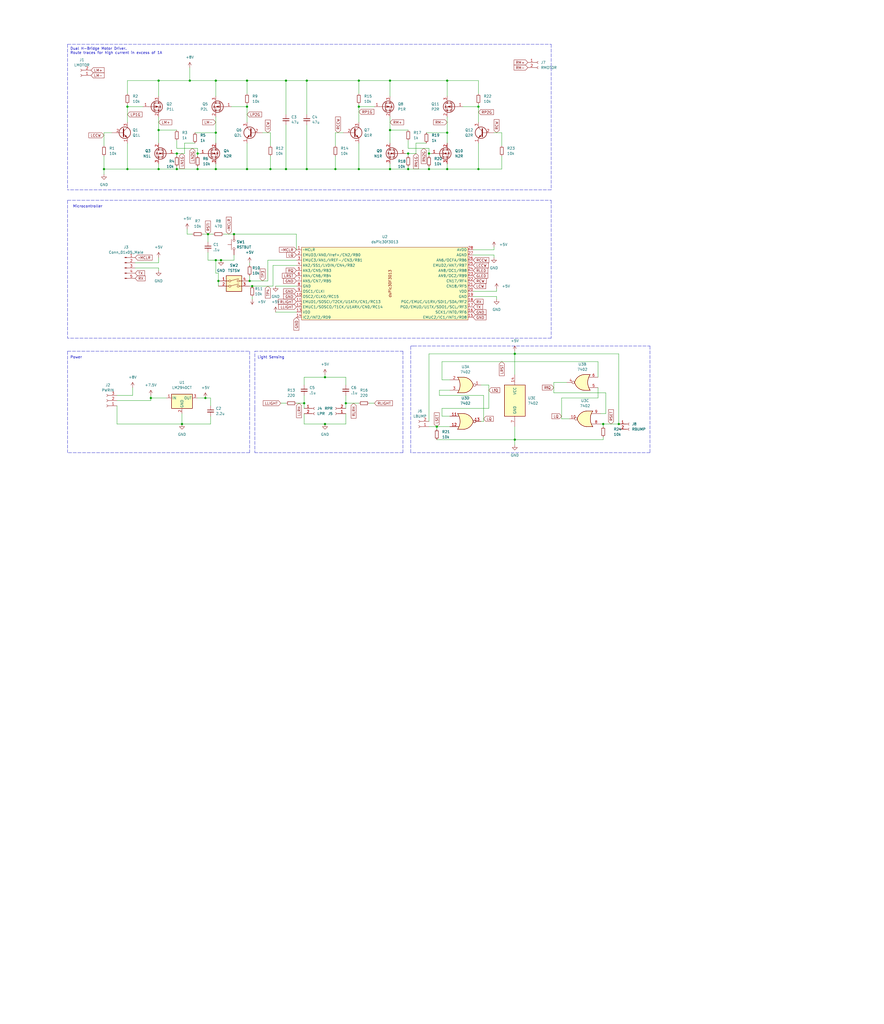
<source format=kicad_sch>
(kicad_sch (version 20211123) (generator eeschema)
  (paper "User" 431.8 499.999)
  (title_block (title "Motor Driver"))
  (lib_symbols
    (symbol "74xx:7402" (pin_names (offset 1.016))
      (property "Reference" "U" (at 0 1.27 0))
      (property "Value" "7402" (at 0 -1.27 0))
      (symbol "7402_1_1"
        (pin output inverted (at 7.62 0 180) (length 3.81) (name "~") (number "1"))
        (pin input line (at -7.62 2.54 0) (length 4.318) (name "~") (number "2"))
        (pin input line (at -7.62 -2.54 0) (length 4.318) (name "~") (number "3"))
      )
      (symbol "7402_1_2"
        (pin output line (at 7.62 0 180) (length 3.81) (name "~") (number "1"))
        (pin input inverted (at -7.62 2.54 0) (length 3.81) (name "~") (number "2"))
        (pin input inverted (at -7.62 -2.54 0) (length 3.81) (name "~") (number "3"))
      )
      (symbol "7402_2_1"
        (pin output inverted (at 7.62 0 180) (length 3.81) (name "~") (number "4"))
        (pin input line (at -7.62 2.54 0) (length 4.318) (name "~") (number "5"))
        (pin input line (at -7.62 -2.54 0) (length 4.318) (name "~") (number "6"))
      )
      (symbol "7402_2_2"
        (pin output line (at 7.62 0 180) (length 3.81) (name "~") (number "4"))
        (pin input inverted (at -7.62 2.54 0) (length 3.81) (name "~") (number "5"))
        (pin input inverted (at -7.62 -2.54 0) (length 3.81) (name "~") (number "6"))
      )
      (symbol "7402_3_1"
        (pin output inverted (at 7.62 0 180) (length 3.81) (name "~") (number "10"))
        (pin input line (at -7.62 2.54 0) (length 4.318) (name "~") (number "8"))
        (pin input line (at -7.62 -2.54 0) (length 4.318) (name "~") (number "9"))
      )
      (symbol "7402_3_2"
        (pin output line (at 7.62 0 180) (length 3.81) (name "~") (number "10"))
        (pin input inverted (at -7.62 2.54 0) (length 3.81) (name "~") (number "8"))
        (pin input inverted (at -7.62 -2.54 0) (length 3.81) (name "~") (number "9"))
      )
      (symbol "7402_4_1"
        (pin input line (at -7.62 2.54 0) (length 4.318) (name "~") (number "11"))
        (pin input line (at -7.62 -2.54 0) (length 4.318) (name "~") (number "12"))
        (pin output inverted (at 7.62 0 180) (length 3.81) (name "~") (number "13"))
      )
      (symbol "7402_4_2"
        (pin input inverted (at -7.62 2.54 0) (length 3.81) (name "~") (number "11"))
        (pin input inverted (at -7.62 -2.54 0) (length 3.81) (name "~") (number "12"))
        (pin output line (at 7.62 0 180) (length 3.81) (name "~") (number "13"))
      )
      (symbol "7402_5_0"
        (pin power_in line (at 0 12.7 270) (length 5.08) (name "VCC") (number "14"))
        (pin power_in line (at 0 -12.7 90) (length 5.08) (name "GND") (number "7"))
      )
    )
    (symbol "Connector:Conn_01x02_Female" (pin_names (offset 1.016) hide)
      (property "Reference" "J" (at 0 2.54 0))
      (property "Value" "Conn_01x02_Female" (at 0 -5.08 0))
      (symbol "Conn_01x02_Female_1_1"
        (pin passive line (at -5.08 0 0) (length 3.81) (name "Pin_1") (number "1"))
        (pin passive line (at -5.08 -2.54 0) (length 3.81) (name "Pin_2") (number "2"))
      )
    )
    (symbol "Connector:Conn_01x03_Female" (pin_names (offset 1.016) hide)
      (property "Reference" "J" (at 0 5.08 0))
      (property "Value" "Conn_01x03_Female" (at 0 -5.08 0))
      (symbol "Conn_01x03_Female_1_1"
        (pin passive line (at -5.08 2.54 0) (length 3.81) (name "Pin_1") (number "1"))
        (pin passive line (at -5.08 0 0) (length 3.81) (name "Pin_2") (number "2"))
        (pin passive line (at -5.08 -2.54 0) (length 3.81) (name "Pin_3") (number "3"))
      )
    )
    (symbol "Connector:Conn_01x05_Male" (pin_names (offset 1.016) hide)
      (property "Reference" "J" (at 0 7.62 0))
      (property "Value" "Conn_01x05_Male" (at 0 -7.62 0))
      (symbol "Conn_01x05_Male_1_1"
        (pin passive line (at 5.08 5.08 180) (length 3.81) (name "Pin_1") (number "1"))
        (pin passive line (at 5.08 2.54 180) (length 3.81) (name "Pin_2") (number "2"))
        (pin passive line (at 5.08 0 180) (length 3.81) (name "Pin_3") (number "3"))
        (pin passive line (at 5.08 -2.54 180) (length 3.81) (name "Pin_4") (number "4"))
        (pin passive line (at 5.08 -5.08 180) (length 3.81) (name "Pin_5") (number "5"))
      )
    )
    (symbol "Custom_Parts:dsPic30f3013"
      (property "Reference" "U3" (at 30.48 -2.54 0))
      (property "Value" "dsPic30f3013" (at 30.48 -5.08 0))
      (symbol "dsPic30f3013_0_0"
        (text "dsPic30F3013" (at 33.02 -25.4 900) (effects (font (size 1.27 1.27))))
      )
      (symbol "dsPic30f3013_1_1"
        (pin bidirectional line (at -12.7 -8.89 0) (length 2.54) (name "~MCLR") (number "1"))
        (pin input line (at -12.7 -31.75 0) (length 2.54) (name "OSC2/CLKO/RC15") (number "10"))
        (pin bidirectional line (at -12.7 -34.29 0) (length 2.54) (name "EMUD1/SOSCI/T2CK/U1ATX/CN1/RC13") (number "11"))
        (pin bidirectional line (at -12.7 -36.83 0) (length 2.54) (name "EMUC1/SOSCO/T1CK/U1ARX/CN0/RC14") (number "12"))
        (pin power_in line (at -12.7 -39.37 0) (length 2.54) (name "VDD") (number "13"))
        (pin bidirectional line (at -12.7 -41.91 0) (length 2.54) (name "IC2/INT2/RD9") (number "14"))
        (pin bidirectional line (at 73.66 -41.91 180) (length 2.54) (name "EMUC2/IC1/INT1/RD8") (number "15"))
        (pin bidirectional line (at 73.66 -39.37 180) (length 2.54) (name "SCK1/INT0/RF6") (number "16"))
        (pin bidirectional line (at 73.66 -36.83 180) (length 2.54) (name "PGD/EMUD/U1TX/SDO1/SCL/RF3") (number "17"))
        (pin bidirectional line (at 73.66 -34.29 180) (length 2.54) (name "PGC/EMUC/U1RX/SDI1/SDA/RF2") (number "18"))
        (pin power_in line (at 73.66 -31.75 180) (length 2.54) (name "GND") (number "19"))
        (pin bidirectional line (at -12.7 -11.43 0) (length 2.54) (name "EMUD3/AN0/Vref+/CN2/RB0") (number "2"))
        (pin power_in line (at 73.66 -29.21 180) (length 2.54) (name "VDD") (number "20"))
        (pin bidirectional line (at 73.66 -26.67 180) (length 2.54) (name "CN18/RF5") (number "21"))
        (pin bidirectional line (at 73.66 -24.13 180) (length 2.54) (name "CN17/RF4") (number "22"))
        (pin bidirectional line (at 73.66 -21.59 180) (length 2.54) (name "AN9/OC2/RB9") (number "23"))
        (pin bidirectional line (at 73.66 -19.05 180) (length 2.54) (name "AN8/OC1/RB8") (number "24"))
        (pin bidirectional line (at 73.66 -16.51 180) (length 2.54) (name "EMUD2/AN7/RB7") (number "25"))
        (pin bidirectional line (at 73.66 -13.97 180) (length 2.54) (name "AN6/OCFA/RB6") (number "26"))
        (pin power_in line (at 73.66 -11.43 180) (length 2.54) (name "AGND") (number "27"))
        (pin power_in line (at 73.66 -8.89 180) (length 2.54) (name "AVDD") (number "28"))
        (pin bidirectional line (at -12.7 -13.97 0) (length 2.54) (name "EMUC3/AN1/VREF-/CN3/RB1") (number "3"))
        (pin bidirectional line (at -12.7 -16.51 0) (length 2.54) (name "AN2/SS1/LVDIN/CN4/RB2") (number "4"))
        (pin bidirectional line (at -12.7 -19.05 0) (length 2.54) (name "AN3/CN5/RB3") (number "5"))
        (pin bidirectional line (at -12.7 -21.59 0) (length 2.54) (name "AN4/CN6/RB4") (number "6"))
        (pin bidirectional line (at -12.7 -24.13 0) (length 2.54) (name "AN5/CN7/RB5") (number "7"))
        (pin power_in line (at -12.7 -26.67 0) (length 2.54) (name "GND") (number "8"))
        (pin input line (at -12.7 -29.21 0) (length 2.54) (name "OSC1/CLKI") (number "9"))
      )
    )
    (symbol "Device:C_Small" (pin_numbers hide) (pin_names (offset 0.254) hide)
      (property "Reference" "C" (at 0.254 1.778 0))
      (property "Value" "C_Small" (at 0.254 -2.032 0))
      (symbol "C_Small_1_1"
        (pin passive line (at 0 2.54 270) (length 2.032) (name "~") (number "1"))
        (pin passive line (at 0 -2.54 90) (length 2.032) (name "~") (number "2"))
      )
    )
    (symbol "Device:Q_NMOS_GDS" (pin_names (offset 0) hide)
      (property "Reference" "Q" (at 5.08 1.27 0))
      (property "Value" "Q_NMOS_GDS" (at 5.08 -1.27 0))
      (symbol "Q_NMOS_GDS_1_1"
        (pin input line (at -5.08 0 0) (length 2.54) (name "G") (number "1"))
        (pin passive line (at 2.54 5.08 270) (length 2.54) (name "D") (number "2"))
        (pin passive line (at 2.54 -5.08 90) (length 2.54) (name "S") (number "3"))
      )
    )
    (symbol "Device:Q_NPN_EBC" (pin_names (offset 0) hide)
      (property "Reference" "Q" (at 5.08 1.27 0))
      (property "Value" "Q_NPN_EBC" (at 5.08 -1.27 0))
      (symbol "Q_NPN_EBC_1_1"
        (pin passive line (at 2.54 -5.08 90) (length 2.54) (name "E") (number "1"))
        (pin passive line (at -5.08 0 0) (length 5.715) (name "B") (number "2"))
        (pin passive line (at 2.54 5.08 270) (length 2.54) (name "C") (number "3"))
      )
    )
    (symbol "Device:Q_PMOS_GSD" (pin_names (offset 0) hide)
      (property "Reference" "Q" (at 5.08 1.27 0))
      (property "Value" "Q_PMOS_GSD" (at 5.08 -1.27 0))
      (symbol "Q_PMOS_GSD_1_1"
        (pin input line (at -5.08 0 0) (length 2.54) (name "G") (number "1"))
        (pin passive line (at 2.54 -5.08 90) (length 2.54) (name "S") (number "2"))
        (pin passive line (at 2.54 5.08 270) (length 2.54) (name "D") (number "3"))
      )
    )
    (symbol "Device:R_Small" (pin_numbers hide) (pin_names (offset 0.254) hide)
      (property "Reference" "R" (at 0.762 0.508 0))
      (property "Value" "R_Small" (at 0.762 -1.016 0))
      (symbol "R_Small_1_1"
        (pin passive line (at 0 2.54 270) (length 0.762) (name "~") (number "1"))
        (pin passive line (at 0 -2.54 90) (length 0.762) (name "~") (number "2"))
      )
    )
    (symbol "Regulator_Linear:L7805" (pin_names (offset 0.254))
      (property "Reference" "U" (at -3.81 3.175 0))
      (property "Value" "L7805" (at 0 3.175 0))
      (symbol "L7805_1_1"
        (pin power_in line (at -7.62 0 0) (length 2.54) (name "IN") (number "1"))
        (pin power_in line (at 0 -7.62 90) (length 2.54) (name "GND") (number "2"))
        (pin power_out line (at 7.62 0 180) (length 2.54) (name "OUT") (number "3"))
      )
    )
    (symbol "Switch:SW_DIP_x02" (pin_names (offset 0) hide)
      (property "Reference" "SW" (at 0 6.35 0))
      (property "Value" "SW_DIP_x02" (at 0 -3.81 0))
      (symbol "SW_DIP_x02_1_1"
        (pin passive line (at -7.62 2.54 0) (length 5.08) (name "~") (number "1"))
        (pin passive line (at -7.62 0 0) (length 5.08) (name "~") (number "2"))
        (pin passive line (at 7.62 0 180) (length 5.08) (name "~") (number "3"))
        (pin passive line (at 7.62 2.54 180) (length 5.08) (name "~") (number "4"))
      )
    )
    (symbol "Switch:SW_Push" (pin_numbers hide) (pin_names (offset 1.016) hide)
      (property "Reference" "SW" (at 1.27 2.54 0))
      (property "Value" "SW_Push" (at 0 -1.524 0))
      (symbol "SW_Push_0_1"
        (pin passive line (at -5.08 0 0) (length 2.54) (name "1") (number "1"))
        (pin passive line (at 5.08 0 180) (length 2.54) (name "2") (number "2"))
      )
    )
    (symbol "power:+5V" (power) (pin_names (offset 0))
      (property "Value" "+5V" (at 0 3.556 0))
      (symbol "+5V_1_1"
        (pin power_in line (at 0 0 90) (length 0) hide (name "+5V") (number "1"))
      )
    )
    (symbol "power:+7.5V" (power) (pin_names (offset 0))
      (property "Value" "+7.5V" (at 0 3.556 0))
      (symbol "+7.5V_1_1"
        (pin power_in line (at 0 0 90) (length 0) hide (name "+7.5V") (number "1"))
      )
    )
    (symbol "power:+8V" (power) (pin_names (offset 0))
      (property "Value" "+8V" (at 0 3.556 0))
      (symbol "+8V_1_1"
        (pin power_in line (at 0 0 90) (length 0) hide (name "+8V") (number "1"))
      )
    )
    (symbol "power:GND" (power) (pin_names (offset 0))
      (property "Value" "GND" (at 0 -3.81 0))
      (symbol "GND_1_1"
        (pin power_in line (at 0 0 270) (length 0) hide (name "GND") (number "1"))
      )
    )
  )
  (junction (at 105.41 127))
  (junction (at 62.23 82.55))
  (junction (at 139.7 39.37))
  (junction (at 209.55 82.55))
  (junction (at 120.65 82.55))
  (junction (at 86.36 82.55))
  (junction (at 106.68 137.16))
  (junction (at 190.5 39.37))
  (junction (at 251.46 172.72))
  (junction (at 96.52 82.55))
  (junction (at 139.7 82.55))
  (junction (at 148.59 196.85))
  (junction (at 163.83 82.55))
  (junction (at 233.68 52.07))
  (junction (at 213.36 208.28))
  (junction (at 218.44 64.77))
  (junction (at 149.86 82.55))
  (junction (at 190.5 82.55))
  (junction (at 88.9 207.01))
  (junction (at 251.46 214.63))
  (junction (at 175.26 52.07))
  (junction (at 105.41 64.77))
  (junction (at 199.39 74.93))
  (junction (at 149.86 39.37))
  (junction (at 77.47 63.5))
  (junction (at 120.65 39.37))
  (junction (at 132.08 82.55))
  (junction (at 120.65 52.07))
  (junction (at 101.6 114.3))
  (junction (at 123.19 139.7))
  (junction (at 77.47 39.37))
  (junction (at 73.66 194.31))
  (junction (at 233.68 82.55))
  (junction (at 168.91 196.85))
  (junction (at 121.92 137.16))
  (junction (at 114.3 114.3))
  (junction (at 96.52 74.93))
  (junction (at 100.33 194.31))
  (junction (at 175.26 39.37))
  (junction (at 50.8 82.55))
  (junction (at 209.55 74.93))
  (junction (at 218.44 82.55))
  (junction (at 107.95 127))
  (junction (at 218.44 39.37))
  (junction (at 86.36 74.93))
  (junction (at 105.41 82.55))
  (junction (at 62.23 52.07))
  (junction (at 175.26 82.55))
  (junction (at 92.71 39.37))
  (junction (at 105.41 39.37))
  (junction (at 158.75 207.01))
  (junction (at 158.75 184.15))
  (junction (at 199.39 82.55))
  (junction (at 77.47 82.55))
  (junction (at 302.26 207.01))
  (junction (at 294.64 207.01))
  (junction (at 190.5 63.5))
  (wire (pts (xy 114.3 114.3) (xy 144.78 114.3)))
  (wire (pts (xy 148.59 193.04) (xy 148.59 196.85)))
  (wire (pts (xy 199.39 74.93) (xy 199.39 76.2)))
  (wire (pts (xy 57.15 198.12) (xy 57.15 207.01)))
  (wire (pts (xy 107.95 127) (xy 105.41 127)))
  (wire (pts (xy 292.1 194.31) (xy 274.32 194.31)))
  (wire (pts (xy 62.23 52.07) (xy 62.23 59.69)))
  (polyline (pts (xy 33.02 171.45) (xy 121.92 171.45)))
  (wire (pts (xy 130.81 137.16) (xy 130.81 127)))
  (wire (pts (xy 144.78 114.3) (xy 144.78 121.92)))
  (wire (pts (xy 148.59 187.96) (xy 148.59 184.15)))
  (wire (pts (xy 295.91 201.93) (xy 293.37 201.93)))
  (wire (pts (xy 302.26 172.72) (xy 302.26 207.01)))
  (wire (pts (xy 120.65 82.55) (xy 132.08 82.55)))
  (wire (pts (xy 208.28 64.77) (xy 218.44 64.77)))
  (wire (pts (xy 158.75 207.01) (xy 168.91 207.01)))
  (wire (pts (xy 132.08 64.77) (xy 128.27 64.77)))
  (wire (pts (xy 294.64 208.28) (xy 294.64 207.01)))
  (wire (pts (xy 148.59 184.15) (xy 158.75 184.15)))
  (wire (pts (xy 92.71 33.02) (xy 92.71 39.37)))
  (wire (pts (xy 231.14 121.92) (xy 241.3 121.92)))
  (wire (pts (xy 120.65 39.37) (xy 105.41 39.37)))
  (wire (pts (xy 294.64 214.63) (xy 251.46 214.63)))
  (wire (pts (xy 132.08 82.55) (xy 139.7 82.55)))
  (wire (pts (xy 294.64 207.01) (xy 302.26 207.01)))
  (wire (pts (xy 62.23 39.37) (xy 62.23 45.72)))
  (polyline (pts (xy 124.46 199.39) (xy 124.46 171.45)))
  (wire (pts (xy 130.81 127) (xy 144.78 127)))
  (wire (pts (xy 209.55 172.72) (xy 251.46 172.72)))
  (wire (pts (xy 190.5 39.37) (xy 218.44 39.37)))
  (wire (pts (xy 105.41 64.77) (xy 105.41 69.85)))
  (wire (pts (xy 190.5 63.5) (xy 199.39 63.5)))
  (wire (pts (xy 214.63 190.5) (xy 219.71 190.5)))
  (wire (pts (xy 120.65 39.37) (xy 139.7 39.37)))
  (wire (pts (xy 50.8 64.77) (xy 54.61 64.77)))
  (wire (pts (xy 199.39 68.58) (xy 199.39 72.39)))
  (wire (pts (xy 213.36 209.55) (xy 213.36 208.28)))
  (wire (pts (xy 236.22 193.04) (xy 214.63 193.04)))
  (wire (pts (xy 144.78 196.85) (xy 148.59 196.85)))
  (polyline (pts (xy 269.24 97.79) (xy 269.24 165.1)))
  (wire (pts (xy 215.9 185.42) (xy 215.9 176.53)))
  (wire (pts (xy 199.39 72.39) (xy 209.55 72.39)))
  (wire (pts (xy 149.86 60.96) (xy 149.86 82.55)))
  (wire (pts (xy 219.71 185.42) (xy 215.9 185.42)))
  (wire (pts (xy 121.92 134.62) (xy 121.92 137.16)))
  (wire (pts (xy 199.39 81.28) (xy 199.39 82.55)))
  (wire (pts (xy 168.91 196.85) (xy 168.91 199.39)))
  (polyline (pts (xy 121.92 171.45) (xy 121.92 220.98)))
  (wire (pts (xy 121.92 137.16) (xy 130.81 137.16)))
  (polyline (pts (xy 317.5 220.98) (xy 200.66 220.98)))
  (wire (pts (xy 120.65 69.85) (xy 120.65 82.55)))
  (wire (pts (xy 209.55 82.55) (xy 218.44 82.55)))
  (wire (pts (xy 251.46 208.28) (xy 251.46 214.63)))
  (wire (pts (xy 57.15 207.01) (xy 88.9 207.01)))
  (wire (pts (xy 209.55 81.28) (xy 209.55 82.55)))
  (wire (pts (xy 274.32 204.47) (xy 278.13 204.47)))
  (wire (pts (xy 57.15 195.58) (xy 73.66 195.58)))
  (wire (pts (xy 85.09 74.93) (xy 86.36 74.93)))
  (wire (pts (xy 199.39 82.55) (xy 209.55 82.55)))
  (wire (pts (xy 69.85 52.07) (xy 62.23 52.07)))
  (wire (pts (xy 66.04 130.81) (xy 77.47 130.81)))
  (wire (pts (xy 158.75 182.88) (xy 158.75 184.15)))
  (wire (pts (xy 86.36 72.39) (xy 96.52 72.39)))
  (wire (pts (xy 86.36 74.93) (xy 86.36 76.2)))
  (wire (pts (xy 106.68 137.16) (xy 106.68 133.35)))
  (wire (pts (xy 231.14 142.24) (xy 242.57 142.24)))
  (wire (pts (xy 175.26 69.85) (xy 175.26 82.55)))
  (wire (pts (xy 215.9 176.53) (xy 292.1 176.53)))
  (wire (pts (xy 77.47 82.55) (xy 62.23 82.55)))
  (wire (pts (xy 210.82 74.93) (xy 209.55 74.93)))
  (polyline (pts (xy 33.02 171.45) (xy 33.02 220.98)))
  (wire (pts (xy 77.47 39.37) (xy 92.71 39.37)))
  (wire (pts (xy 292.1 176.53) (xy 292.1 184.15)))
  (wire (pts (xy 77.47 63.5) (xy 77.47 69.85)))
  (wire (pts (xy 101.6 127) (xy 101.6 123.19)))
  (polyline (pts (xy 196.85 171.45) (xy 196.85 220.98)))
  (wire (pts (xy 134.62 152.4) (xy 144.78 152.4)))
  (wire (pts (xy 294.64 213.36) (xy 294.64 214.63)))
  (wire (pts (xy 233.68 69.85) (xy 233.68 82.55)))
  (wire (pts (xy 168.91 207.01) (xy 168.91 201.93)))
  (wire (pts (xy 209.55 72.39) (xy 209.55 74.93)))
  (wire (pts (xy 50.8 71.12) (xy 50.8 64.77)))
  (wire (pts (xy 274.32 194.31) (xy 274.32 204.47)))
  (polyline (pts (xy 33.02 21.59) (xy 33.02 92.71)))
  (wire (pts (xy 102.87 198.12) (xy 102.87 194.31)))
  (wire (pts (xy 209.55 208.28) (xy 213.36 208.28)))
  (polyline (pts (xy 200.66 220.98) (xy 200.66 168.91)))
  (wire (pts (xy 92.71 39.37) (xy 105.41 39.37)))
  (wire (pts (xy 245.11 71.12) (xy 245.11 64.77)))
  (wire (pts (xy 238.76 187.96) (xy 234.95 187.96)))
  (polyline (pts (xy 33.02 97.79) (xy 269.24 97.79)))
  (wire (pts (xy 199.39 82.55) (xy 190.5 82.55)))
  (wire (pts (xy 182.88 196.85) (xy 180.34 196.85)))
  (polyline (pts (xy 196.85 220.98) (xy 124.46 220.98)))
  (wire (pts (xy 109.22 114.3) (xy 114.3 114.3)))
  (polyline (pts (xy 269.24 21.59) (xy 269.24 92.71)))
  (wire (pts (xy 96.52 82.55) (xy 105.41 82.55)))
  (wire (pts (xy 114.3 124.46) (xy 114.3 127)))
  (wire (pts (xy 168.91 196.85) (xy 175.26 196.85)))
  (wire (pts (xy 175.26 50.8) (xy 175.26 52.07)))
  (wire (pts (xy 190.5 63.5) (xy 190.5 69.85)))
  (wire (pts (xy 95.25 64.77) (xy 105.41 64.77)))
  (wire (pts (xy 163.83 76.2) (xy 163.83 82.55)))
  (wire (pts (xy 77.47 125.73) (xy 77.47 128.27)))
  (wire (pts (xy 88.9 207.01) (xy 102.87 207.01)))
  (wire (pts (xy 96.52 72.39) (xy 96.52 74.93)))
  (wire (pts (xy 134.62 139.7) (xy 144.78 139.7)))
  (wire (pts (xy 175.26 39.37) (xy 175.26 45.72)))
  (wire (pts (xy 251.46 214.63) (xy 251.46 217.17)))
  (wire (pts (xy 96.52 81.28) (xy 96.52 82.55)))
  (wire (pts (xy 121.92 139.7) (xy 123.19 139.7)))
  (wire (pts (xy 66.04 128.27) (xy 77.47 128.27)))
  (wire (pts (xy 105.41 39.37) (xy 105.41 46.99)))
  (wire (pts (xy 242.57 144.78) (xy 242.57 146.05)))
  (wire (pts (xy 270.51 191.77) (xy 295.91 191.77)))
  (wire (pts (xy 226.06 52.07) (xy 233.68 52.07)))
  (wire (pts (xy 105.41 82.55) (xy 120.65 82.55)))
  (wire (pts (xy 105.41 57.15) (xy 105.41 64.77)))
  (wire (pts (xy 62.23 39.37) (xy 77.47 39.37)))
  (wire (pts (xy 242.57 140.97) (xy 242.57 142.24)))
  (wire (pts (xy 50.8 85.09) (xy 50.8 82.55)))
  (wire (pts (xy 96.52 74.93) (xy 96.52 76.2)))
  (polyline (pts (xy 33.02 97.79) (xy 33.02 165.1)))
  (wire (pts (xy 121.92 128.27) (xy 121.92 129.54)))
  (wire (pts (xy 101.6 114.3) (xy 104.14 114.3)))
  (wire (pts (xy 90.17 74.93) (xy 86.36 74.93)))
  (wire (pts (xy 77.47 57.15) (xy 77.47 63.5)))
  (wire (pts (xy 245.11 82.55) (xy 245.11 76.2)))
  (wire (pts (xy 168.91 184.15) (xy 168.91 187.96)))
  (wire (pts (xy 251.46 182.88) (xy 251.46 172.72)))
  (wire (pts (xy 93.98 114.3) (xy 91.44 114.3)))
  (wire (pts (xy 241.3 124.46) (xy 241.3 125.73)))
  (wire (pts (xy 123.19 139.7) (xy 133.35 139.7)))
  (wire (pts (xy 99.06 114.3) (xy 101.6 114.3)))
  (wire (pts (xy 163.83 71.12) (xy 163.83 64.77)))
  (wire (pts (xy 233.68 82.55) (xy 245.11 82.55)))
  (wire (pts (xy 163.83 64.77) (xy 167.64 64.77)))
  (wire (pts (xy 251.46 171.45) (xy 251.46 172.72)))
  (wire (pts (xy 182.88 52.07) (xy 175.26 52.07)))
  (wire (pts (xy 203.2 74.93) (xy 199.39 74.93)))
  (wire (pts (xy 190.5 57.15) (xy 190.5 63.5)))
  (wire (pts (xy 64.77 189.23) (xy 64.77 193.04)))
  (wire (pts (xy 77.47 130.81) (xy 77.47 132.08)))
  (wire (pts (xy 233.68 50.8) (xy 233.68 52.07)))
  (wire (pts (xy 276.86 186.69) (xy 270.51 186.69)))
  (wire (pts (xy 73.66 193.04) (xy 73.66 194.31)))
  (polyline (pts (xy 124.46 171.45) (xy 196.85 171.45)))
  (wire (pts (xy 97.79 74.93) (xy 96.52 74.93)))
  (wire (pts (xy 190.5 39.37) (xy 190.5 46.99)))
  (wire (pts (xy 203.2 69.85) (xy 203.2 74.93)))
  (wire (pts (xy 214.63 193.04) (xy 214.63 190.5)))
  (polyline (pts (xy 200.66 168.91) (xy 201.93 168.91)))
  (wire (pts (xy 234.95 205.74) (xy 236.22 205.74)))
  (wire (pts (xy 270.51 186.69) (xy 270.51 191.77)))
  (wire (pts (xy 132.08 71.12) (xy 132.08 64.77)))
  (polyline (pts (xy 124.46 199.39) (xy 124.46 220.98)))
  (wire (pts (xy 120.65 52.07) (xy 120.65 59.69)))
  (wire (pts (xy 105.41 127) (xy 105.41 133.35)))
  (polyline (pts (xy 269.24 92.71) (xy 33.02 92.71)))
  (wire (pts (xy 113.03 52.07) (xy 120.65 52.07)))
  (wire (pts (xy 133.35 129.54) (xy 144.78 129.54)))
  (wire (pts (xy 120.65 50.8) (xy 120.65 52.07)))
  (wire (pts (xy 105.41 133.35) (xy 106.68 133.35)))
  (wire (pts (xy 215.9 199.39) (xy 238.76 199.39)))
  (wire (pts (xy 102.87 194.31) (xy 100.33 194.31)))
  (wire (pts (xy 123.19 146.05) (xy 123.19 144.78)))
  (wire (pts (xy 139.7 82.55) (xy 149.86 82.55)))
  (wire (pts (xy 148.59 207.01) (xy 158.75 207.01)))
  (polyline (pts (xy 317.5 168.91) (xy 317.5 220.98)))
  (wire (pts (xy 215.9 203.2) (xy 215.9 199.39)))
  (wire (pts (xy 198.12 74.93) (xy 199.39 74.93)))
  (wire (pts (xy 77.47 39.37) (xy 77.47 46.99)))
  (wire (pts (xy 251.46 214.63) (xy 213.36 214.63)))
  (wire (pts (xy 139.7 60.96) (xy 139.7 82.55)))
  (wire (pts (xy 168.91 193.04) (xy 168.91 196.85)))
  (wire (pts (xy 238.76 199.39) (xy 238.76 187.96)))
  (wire (pts (xy 77.47 80.01) (xy 77.47 82.55)))
  (wire (pts (xy 245.11 64.77) (xy 241.3 64.77)))
  (wire (pts (xy 218.44 80.01) (xy 218.44 82.55)))
  (wire (pts (xy 106.68 137.16) (xy 106.68 139.7)))
  (wire (pts (xy 209.55 205.74) (xy 209.55 172.72)))
  (wire (pts (xy 233.68 39.37) (xy 233.68 45.72)))
  (wire (pts (xy 175.26 82.55) (xy 163.83 82.55)))
  (wire (pts (xy 236.22 205.74) (xy 236.22 193.04)))
  (wire (pts (xy 139.7 39.37) (xy 149.86 39.37)))
  (wire (pts (xy 190.5 82.55) (xy 175.26 82.55)))
  (wire (pts (xy 91.44 111.76) (xy 91.44 114.3)))
  (wire (pts (xy 218.44 39.37) (xy 218.44 46.99)))
  (wire (pts (xy 133.35 129.54) (xy 133.35 139.7)))
  (wire (pts (xy 148.59 201.93) (xy 148.59 207.01)))
  (wire (pts (xy 213.36 208.28) (xy 219.71 208.28)))
  (wire (pts (xy 175.26 39.37) (xy 190.5 39.37)))
  (wire (pts (xy 218.44 57.15) (xy 218.44 64.77)))
  (wire (pts (xy 105.41 127) (xy 101.6 127)))
  (wire (pts (xy 90.17 69.85) (xy 90.17 74.93)))
  (wire (pts (xy 62.23 69.85) (xy 62.23 82.55)))
  (wire (pts (xy 149.86 82.55) (xy 163.83 82.55)))
  (wire (pts (xy 86.36 82.55) (xy 96.52 82.55)))
  (wire (pts (xy 101.6 118.11) (xy 101.6 114.3)))
  (wire (pts (xy 251.46 172.72) (xy 302.26 172.72)))
  (wire (pts (xy 295.91 191.77) (xy 295.91 201.93)))
  (wire (pts (xy 219.71 203.2) (xy 215.9 203.2)))
  (wire (pts (xy 218.44 82.55) (xy 233.68 82.55)))
  (wire (pts (xy 158.75 184.15) (xy 168.91 184.15)))
  (wire (pts (xy 62.23 50.8) (xy 62.23 52.07)))
  (wire (pts (xy 88.9 207.01) (xy 88.9 201.93)))
  (wire (pts (xy 137.16 196.85) (xy 139.7 196.85)))
  (wire (pts (xy 86.36 68.58) (xy 86.36 72.39)))
  (wire (pts (xy 208.28 69.85) (xy 203.2 69.85)))
  (wire (pts (xy 62.23 82.55) (xy 50.8 82.55)))
  (wire (pts (xy 233.68 52.07) (xy 233.68 59.69)))
  (wire (pts (xy 105.41 80.01) (xy 105.41 82.55)))
  (wire (pts (xy 95.25 69.85) (xy 90.17 69.85)))
  (wire (pts (xy 190.5 80.01) (xy 190.5 82.55)))
  (wire (pts (xy 292.1 189.23) (xy 292.1 194.31)))
  (wire (pts (xy 100.33 194.31) (xy 96.52 194.31)))
  (wire (pts (xy 86.36 81.28) (xy 86.36 82.55)))
  (wire (pts (xy 139.7 39.37) (xy 139.7 55.88)))
  (wire (pts (xy 149.86 39.37) (xy 175.26 39.37)))
  (wire (pts (xy 73.66 194.31) (xy 81.28 194.31)))
  (wire (pts (xy 77.47 63.5) (xy 86.36 63.5)))
  (wire (pts (xy 86.36 82.55) (xy 77.47 82.55)))
  (polyline (pts (xy 201.93 168.91) (xy 317.5 168.91)))
  (wire (pts (xy 241.3 120.65) (xy 241.3 121.92)))
  (wire (pts (xy 114.3 127) (xy 107.95 127)))
  (wire (pts (xy 148.59 196.85) (xy 148.59 199.39)))
  (wire (pts (xy 175.26 52.07) (xy 175.26 59.69)))
  (wire (pts (xy 149.86 39.37) (xy 149.86 55.88)))
  (wire (pts (xy 73.66 195.58) (xy 73.66 194.31)))
  (wire (pts (xy 209.55 74.93) (xy 209.55 76.2)))
  (wire (pts (xy 293.37 207.01) (xy 294.64 207.01)))
  (wire (pts (xy 120.65 39.37) (xy 120.65 45.72)))
  (polyline (pts (xy 33.02 21.59) (xy 269.24 21.59)))
  (wire (pts (xy 57.15 193.04) (xy 64.77 193.04)))
  (wire (pts (xy 231.14 124.46) (xy 241.3 124.46)))
  (wire (pts (xy 132.08 82.55) (xy 132.08 76.2)))
  (wire (pts (xy 218.44 64.77) (xy 218.44 69.85)))
  (polyline (pts (xy 121.92 220.98) (xy 33.02 220.98)))
  (wire (pts (xy 233.68 39.37) (xy 218.44 39.37)))
  (wire (pts (xy 50.8 82.55) (xy 50.8 76.2)))
  (wire (pts (xy 231.14 144.78) (xy 242.57 144.78)))
  (polyline (pts (xy 269.24 165.1) (xy 33.02 165.1)))
  (wire (pts (xy 102.87 207.01) (xy 102.87 203.2)))
  (text "Microcontroller\n" (at 35.56 101.6 0) (effects (font (size 1.27 1.27)) (justify left bottom)))
  (text "Light Sensing\n" (at 125.73 175.26 0) (effects (font (size 1.27 1.27)) (justify left bottom)))
  (text "Dual H-Bridge Motor Driver.\nRoute traces for high current in excess of 1A" (at 34.29 26.67 0) (effects (font (size 1.27 1.27)) (justify left bottom)))
  (text "Power\n" (at 34.29 175.26 0) (effects (font (size 1.27 1.27)) (justify left bottom)))
  (global_label "LSET" (shape input) (at 213.36 208.28 90) (property "Intersheet References" "${INTERSHEET_REFS}" (effects hide)))
  (global_label "RM-" (shape input) (at 218.44 59.69 180) (property "Intersheet References" "${INTERSHEET_REFS}" (effects hide)))
  (global_label "LLRH" (shape input) (at 146.05 196.85 270) (property "Intersheet References" "${INTERSHEET_REFS}" (effects hide)))
  (global_label "RLIGHT" (shape input) (at 144.78 147.32 180) (property "Intersheet References" "${INTERSHEET_REFS}" (effects hide)))
  (global_label "TP3" (shape input) (at 128.27 137.16 90) (property "Intersheet References" "${INTERSHEET_REFS}" (effects hide)))
  (global_label "RQ" (shape input) (at 144.78 132.08 180) (property "Intersheet References" "${INTERSHEET_REFS}" (effects hide)))
  (global_label "LLIGHT" (shape input) (at 144.78 149.86 180) (property "Intersheet References" "${INTERSHEET_REFS}" (effects hide)))
  (global_label "RN1G" (shape input) (at 203.2 74.93 270) (property "Intersheet References" "${INTERSHEET_REFS}" (effects hide)))
  (global_label "R!Q" (shape input) (at 270.51 189.23 180) (property "Intersheet References" "${INTERSHEET_REFS}" (effects hide)))
  (global_label "LM-" (shape input) (at 44.45 36.83 0) (property "Intersheet References" "${INTERSHEET_REFS}" (effects hide)))
  (global_label "RX" (shape input) (at 66.04 135.89 0) (property "Intersheet References" "${INTERSHEET_REFS}" (effects hide)))
  (global_label "RM+" (shape input) (at 190.5 59.69 0) (property "Intersheet References" "${INTERSHEET_REFS}" (effects hide)))
  (global_label "LP2G" (shape input) (at 120.65 55.88 0) (property "Intersheet References" "${INTERSHEET_REFS}" (effects hide)))
  (global_label "GND" (shape input) (at 144.78 154.94 270) (property "Intersheet References" "${INTERSHEET_REFS}" (effects hide)))
  (global_label "RLRH" (shape input) (at 172.72 196.85 270) (property "Intersheet References" "${INTERSHEET_REFS}" (effects hide)))
  (global_label "RSET" (shape input) (at 298.45 207.01 90) (property "Intersheet References" "${INTERSHEET_REFS}" (effects hide)))
  (global_label "LQ" (shape input) (at 236.22 204.47 0) (property "Intersheet References" "${INTERSHEET_REFS}" (effects hide)))
  (global_label "LCW" (shape input) (at 231.14 139.7 0) (property "Intersheet References" "${INTERSHEET_REFS}" (effects hide)))
  (global_label "LRST" (shape input) (at 245.11 176.53 270) (property "Intersheet References" "${INTERSHEET_REFS}" (effects hide)))
  (global_label "GND" (shape input) (at 231.14 152.4 0) (property "Intersheet References" "${INTERSHEET_REFS}" (effects hide)))
  (global_label "RCW" (shape input) (at 231.14 137.16 0) (property "Intersheet References" "${INTERSHEET_REFS}" (effects hide)))
  (global_label "LQ" (shape input) (at 144.78 124.46 180) (property "Intersheet References" "${INTERSHEET_REFS}" (effects hide)))
  (global_label "RLED" (shape input) (at 231.14 132.08 0) (property "Intersheet References" "${INTERSHEET_REFS}" (effects hide)))
  (global_label "RP1G" (shape input) (at 175.26 54.61 0) (property "Intersheet References" "${INTERSHEET_REFS}" (effects hide)))
  (global_label "GND" (shape input) (at 144.78 142.24 180) (property "Intersheet References" "${INTERSHEET_REFS}" (effects hide)))
  (global_label "~MCLR" (shape input) (at 111.76 114.3 90) (property "Intersheet References" "${INTERSHEET_REFS}" (effects hide)))
  (global_label "TP4" (shape input) (at 130.81 139.7 270) (property "Intersheet References" "${INTERSHEET_REFS}" (effects hide)))
  (global_label "LCW" (shape input) (at 130.81 64.77 90) (property "Intersheet References" "${INTERSHEET_REFS}" (effects hide)))
  (global_label "LCCW" (shape input) (at 231.14 129.54 0) (property "Intersheet References" "${INTERSHEET_REFS}" (effects hide)))
  (global_label "RM-" (shape input) (at 257.81 33.02 180) (property "Intersheet References" "${INTERSHEET_REFS}" (effects hide)))
  (global_label "RCCW" (shape input) (at 231.14 127 0) (property "Intersheet References" "${INTERSHEET_REFS}" (effects hide)))
  (global_label "LM-" (shape input) (at 105.41 59.69 180) (property "Intersheet References" "${INTERSHEET_REFS}" (effects hide)))
  (global_label "RLIGHT" (shape input) (at 182.88 196.85 0) (property "Intersheet References" "${INTERSHEET_REFS}" (effects hide)))
  (global_label "TX" (shape input) (at 66.04 133.35 0) (property "Intersheet References" "${INTERSHEET_REFS}" (effects hide)))
  (global_label "~MCLR" (shape input) (at 144.78 121.92 180) (property "Intersheet References" "${INTERSHEET_REFS}" (effects hide)))
  (global_label "LM+" (shape input) (at 44.45 34.29 0) (property "Intersheet References" "${INTERSHEET_REFS}" (effects hide)))
  (global_label "GLED" (shape input) (at 231.14 134.62 0) (property "Intersheet References" "${INTERSHEET_REFS}" (effects hide)))
  (global_label "LCCW" (shape input) (at 50.8 66.04 180) (property "Intersheet References" "${INTERSHEET_REFS}" (effects hide)))
  (global_label "LN1G" (shape input) (at 88.9 74.93 270) (property "Intersheet References" "${INTERSHEET_REFS}" (effects hide)))
  (global_label "RCW" (shape input) (at 242.57 64.77 90) (property "Intersheet References" "${INTERSHEET_REFS}" (effects hide)))
  (global_label "RSTI" (shape input) (at 101.6 114.3 90) (property "Intersheet References" "${INTERSHEET_REFS}" (effects hide)))
  (global_label "LQ" (shape input) (at 274.32 203.2 180) (property "Intersheet References" "${INTERSHEET_REFS}" (effects hide)))
  (global_label "LLIGHT" (shape input) (at 137.16 196.85 180) (property "Intersheet References" "${INTERSHEET_REFS}" (effects hide)))
  (global_label "TX" (shape input) (at 231.14 149.86 0) (property "Intersheet References" "${INTERSHEET_REFS}" (effects hide)))
  (global_label "LM+" (shape input) (at 77.47 59.69 0) (property "Intersheet References" "${INTERSHEET_REFS}" (effects hide)))
  (global_label "L!Q" (shape input) (at 238.76 190.5 0) (property "Intersheet References" "${INTERSHEET_REFS}" (effects hide)))
  (global_label "RM+" (shape input) (at 257.81 30.48 180) (property "Intersheet References" "${INTERSHEET_REFS}" (effects hide)))
  (global_label "GND" (shape input) (at 144.78 137.16 180) (property "Intersheet References" "${INTERSHEET_REFS}" (effects hide)))
  (global_label "GND" (shape input) (at 144.78 144.78 180) (property "Intersheet References" "${INTERSHEET_REFS}" (effects hide)))
  (global_label "RP2G" (shape input) (at 233.68 54.7544 0) (property "Intersheet References" "${INTERSHEET_REFS}" (effects hide)))
  (global_label "LN2G" (shape input) (at 93.98 72.39 270) (property "Intersheet References" "${INTERSHEET_REFS}" (effects hide)))
  (global_label "GND" (shape input) (at 231.14 154.94 0) (property "Intersheet References" "${INTERSHEET_REFS}" (effects hide)))
  (global_label "RCCW" (shape input) (at 165.1 64.77 90) (property "Intersheet References" "${INTERSHEET_REFS}" (effects hide)))
  (global_label "LRST" (shape input) (at 144.78 134.62 180) (property "Intersheet References" "${INTERSHEET_REFS}" (effects hide)))
  (global_label "~MCLR" (shape input) (at 66.04 125.73 0) (property "Intersheet References" "${INTERSHEET_REFS}" (effects hide)))
  (global_label "LP1G" (shape input) (at 62.23 55.88 0) (property "Intersheet References" "${INTERSHEET_REFS}" (effects hide)))
  (global_label "RN2G" (shape input) (at 207.01 72.39 270) (property "Intersheet References" "${INTERSHEET_REFS}" (effects hide)))
  (global_label "RX" (shape input) (at 231.14 147.32 0) (property "Intersheet References" "${INTERSHEET_REFS}" (effects hide)))
  (symbol (lib_id "Device:R_Small") (at 121.92 132.08 180) (unit 1)
    (property "Reference" "R10" (at 123.19 130.81 0) (effects (justify right)))
    (property "Value" "10k" (at 123.19 133.35 0) (effects (justify right)))
    (property "Footprint" "Resistor_THT:R_Axial_DIN0207_L6.3mm_D2.5mm_P10.16mm_Horizontal" (effects hide))
  )
  (symbol (lib_id "Regulator_Linear:L7805") (at 88.9 194.31 0) (unit 1)
    (property "Reference" "U1" (at 88.9 186.69 0))
    (property "Value" "LM2940CT" (at 88.9 189.23 0))
    (property "Footprint" "Package_TO_SOT_THT:TO-220-3_Vertical" (effects hide))
    (property "Datasheet" "http://www.st.com/content/ccc/resource/technical/document/datasheet/41/4f/b3/b0/12/d4/47/88/CD00000444.pdf/files/CD00000444.pdf/jcr:content/translations/en.CD00000444.pdf" (effects hide))
  )
  (symbol (lib_id "Device:R_Small") (at 163.83 73.66 0) (unit 1)
    (property "Reference" "R14" (at 166.37 72.3899 0) (effects (justify left)))
    (property "Value" "10k" (at 166.37 74.9299 0) (effects (justify left)))
    (property "Footprint" "Resistor_THT:R_Axial_DIN0207_L6.3mm_D2.5mm_P10.16mm_Horizontal" (effects hide))
  )
  (symbol (lib_id "Device:Q_NPN_EBC") (at 172.72 64.77 0) (unit 1)
    (property "Reference" "Q7" (at 177.8 63.4999 0) (effects (justify left)))
    (property "Value" "Q1R" (at 177.8 66.0399 0) (effects (justify left)))
    (property "Footprint" "Package_TO_SOT_THT:TO-92" (effects hide))
  )
  (symbol (lib_id "Device:Q_NMOS_GDS") (at 215.9 74.93 0) (unit 1)
    (property "Reference" "Q10" (at 222.25 73.6599 0) (effects (justify left)))
    (property "Value" "N2R" (at 222.25 76.1999 0) (effects (justify left)))
    (property "Footprint" "Package_TO_SOT_THT:TO-220-3_Vertical" (effects hide))
  )
  (symbol (lib_id "Connector:Conn_01x02_Female") (at 307.34 207.01 0) (unit 1)
    (property "Reference" "J8" (at 308.61 207.0099 0) (effects (justify left)))
    (property "Value" "RBUMP" (at 308.61 209.5499 0) (effects (justify left)))
    (property "Footprint" "Connector_PinHeader_2.54mm:PinHeader_1x02_P2.54mm_Vertical" (effects hide))
  )
  (symbol (lib_id "power:+5V") (at 242.57 140.97 0) (unit 1)
    (property "Reference" "#+5V0102" (effects hide))
    (property "Value" "+5V" (at 245.11 139.6999 0) (effects (justify left)))
  )
  (symbol (lib_id "Device:R_Small") (at 294.64 210.82 0) (unit 1)
    (property "Reference" "R24" (at 299.72 209.5499 0) (effects (justify left)))
    (property "Value" "10k" (at 299.72 212.0899 0) (effects (justify left)))
    (property "Footprint" "Resistor_THT:R_Axial_DIN0207_L6.3mm_D2.5mm_P10.16mm_Horizontal" (effects hide))
  )
  (symbol (lib_id "Device:R_Small") (at 175.26 48.26 0) (unit 1)
    (property "Reference" "R15" (at 177.8 46.9899 0) (effects (justify left)))
    (property "Value" "10k" (at 177.8 49.5299 0) (effects (justify left)))
    (property "Footprint" "Resistor_THT:R_Axial_DIN0207_L6.3mm_D2.5mm_P10.16mm_Horizontal" (effects hide))
  )
  (symbol (lib_id "74xx:7402") (at 227.33 187.96 0) (unit 1)
    (property "Reference" "U3" (at 227.33 179.07 0))
    (property "Value" "7402" (at 227.33 181.61 0))
    (property "Footprint" "Package_DIP:DIP-14_W7.62mm" (effects hide))
    (property "Datasheet" "http://www.ti.com/lit/gpn/sn7402" (effects hide))
  )
  (symbol (lib_id "Device:C_Small") (at 149.86 58.42 0) (unit 1)
    (property "Reference" "C4" (at 152.4 57.1562 0) (effects (justify left)))
    (property "Value" "47u" (at 152.4 59.6962 0) (effects (justify left)))
    (property "Footprint" "Capacitor_THT:CP_Radial_D5.0mm_P2.50mm" (effects hide))
  )
  (symbol (lib_id "Device:C_Small") (at 101.6 120.65 0) (unit 1)
    (property "Reference" "C1" (at 104.14 119.3862 0) (effects (justify left)))
    (property "Value" ".1u" (at 104.14 121.9262 0) (effects (justify left)))
    (property "Footprint" "Capacitor_THT:CP_Radial_D4.0mm_P1.50mm" (effects hide))
  )
  (symbol (lib_id "Device:R_Small") (at 132.08 73.66 0) (mirror y) (unit 1)
    (property "Reference" "R12" (at 134.62 72.3899 0) (effects (justify right)))
    (property "Value" "10k" (at 134.62 74.9299 0) (effects (justify right)))
    (property "Footprint" "Resistor_THT:R_Axial_DIN0207_L6.3mm_D2.5mm_P10.16mm_Horizontal" (effects hide))
  )
  (symbol (lib_id "Switch:SW_DIP_x02") (at 114.3 139.7 0) (unit 1)
    (property "Reference" "SW2" (at 114.3 129.54 0))
    (property "Value" "TSTSW" (at 114.3 132.08 0))
    (property "Footprint" "Button_Switch_THT:SW_DIP_SPSTx02_Piano_CTS_Series194-2MSTN_W7.62mm_P2.54mm" (effects hide))
  )
  (symbol (lib_id "Device:R_Small") (at 233.68 48.26 0) (mirror y) (unit 1)
    (property "Reference" "R22" (at 236.22 46.9899 0) (effects (justify right)))
    (property "Value" "10k" (at 236.22 49.5299 0) (effects (justify right)))
    (property "Footprint" "Resistor_THT:R_Axial_DIN0207_L6.3mm_D2.5mm_P10.16mm_Horizontal" (effects hide))
  )
  (symbol (lib_id "Device:R_Small") (at 199.39 66.04 180) (unit 1)
    (property "Reference" "R17" (at 201.93 64.7699 0) (effects (justify right)))
    (property "Value" "1k" (at 201.93 67.3099 0) (effects (justify right)))
    (property "Footprint" "Resistor_THT:R_Axial_DIN0207_L6.3mm_D2.5mm_P10.16mm_Horizontal" (effects hide))
  )
  (symbol (lib_id "Device:C_Small") (at 102.87 200.66 0) (unit 1)
    (property "Reference" "C2" (at 105.41 199.3962 0) (effects (justify left)))
    (property "Value" "2.2u" (at 105.41 201.9362 0) (effects (justify left)))
    (property "Footprint" "Capacitor_THT:CP_Radial_D5.0mm_P2.00mm" (effects hide))
  )
  (symbol (lib_id "power:GND") (at 77.47 132.08 0) (unit 1)
    (property "Reference" "#GND0105" (effects hide))
    (property "Value" "GND" (at 77.47 137.16 0))
  )
  (symbol (lib_id "power:+5V") (at 121.92 128.27 0) (unit 1)
    (property "Reference" "#+5V0103" (effects hide))
    (property "Value" "+5V" (at 121.92 123.19 0))
  )
  (symbol (lib_id "Device:Q_NMOS_GDS") (at 193.04 74.93 0) (mirror y) (unit 1)
    (property "Reference" "Q9" (at 186.69 73.6599 0) (effects (justify left)))
    (property "Value" "N1R" (at 186.69 76.1999 0) (effects (justify left)))
    (property "Footprint" "Package_TO_SOT_THT:TO-220-3_Vertical" (effects hide))
  )
  (symbol (lib_id "Device:R_Small") (at 86.36 66.04 180) (unit 1)
    (property "Reference" "R3" (at 88.9 64.7699 0) (effects (justify right)))
    (property "Value" "1k" (at 88.9 67.3099 0) (effects (justify right)))
    (property "Footprint" "Resistor_THT:R_Axial_DIN0207_L6.3mm_D2.5mm_P10.16mm_Horizontal" (effects hide))
  )
  (symbol (lib_id "Device:Q_NPN_EBC") (at 123.19 64.77 0) (mirror y) (unit 1)
    (property "Reference" "Q6" (at 118.11 63.4999 0) (effects (justify left)))
    (property "Value" "Q2L" (at 118.11 66.0399 0) (effects (justify left)))
    (property "Footprint" "Package_TO_SOT_THT:TO-92" (effects hide))
  )
  (symbol (lib_id "power:GND") (at 134.62 139.7 0) (unit 1)
    (property "Reference" "#GND0107" (effects hide))
    (property "Value" "~" (at 134.62 144.78 0))
  )
  (symbol (lib_id "Device:Q_PMOS_GSD") (at 220.98 52.07 0) (mirror y) (unit 1)
    (property "Reference" "Q11" (at 214.63 50.7999 0) (effects (justify left)))
    (property "Value" "P2R" (at 214.63 53.3399 0) (effects (justify left)))
    (property "Footprint" "Package_TO_SOT_THT:TO-220-3_Vertical" (effects hide))
  )
  (symbol (lib_id "power:+5V") (at 134.62 152.4 0) (unit 1)
    (property "Reference" "#+5V0107" (effects hide))
    (property "Value" "~" (at 134.62 147.32 0))
  )
  (symbol (lib_id "power:GND") (at 242.57 146.05 0) (unit 1)
    (property "Reference" "#GND0103" (effects hide))
    (property "Value" "~" (at 242.57 151.13 0))
  )
  (symbol (lib_id "74xx:7402") (at 251.46 195.58 0) (unit 5)
    (property "Reference" "U3" (at 257.81 194.3099 0) (effects (justify left)))
    (property "Value" "7402" (at 257.81 196.8499 0) (effects (justify left)))
    (property "Footprint" "Package_DIP:DIP-14_W7.62mm" (effects hide))
    (property "Datasheet" "http://www.ti.com/lit/gpn/sn7402" (effects hide))
  )
  (symbol (lib_id "Device:R_Small") (at 50.8 73.66 0) (unit 1)
    (property "Reference" "R1" (at 53.34 72.3899 0) (effects (justify left)))
    (property "Value" "10k" (at 53.34 74.9299 0) (effects (justify left)))
    (property "Footprint" "Resistor_THT:R_Axial_DIN0207_L6.3mm_D2.5mm_P10.16mm_Horizontal" (effects hide))
  )
  (symbol (lib_id "Connector:Conn_01x02_Female") (at 204.47 208.28 180) (unit 1)
    (property "Reference" "J6" (at 205.105 200.66 0))
    (property "Value" "LBUMP" (at 205.105 203.2 0))
    (property "Footprint" "Connector_PinHeader_2.54mm:PinHeader_1x02_P2.54mm_Vertical" (effects hide))
  )
  (symbol (lib_id "Device:R_Small") (at 96.52 114.3 90) (unit 1)
    (property "Reference" "R7" (at 96.52 107.95 90))
    (property "Value" "10k" (at 96.52 110.49 90))
    (property "Footprint" "Resistor_THT:R_Axial_DIN0207_L6.3mm_D2.5mm_P10.16mm_Horizontal" (effects hide))
  )
  (symbol (lib_id "Device:C_Small") (at 168.91 190.5 0) (unit 1)
    (property "Reference" "C6" (at 171.45 189.2362 0) (effects (justify left)))
    (property "Value" ".1u" (at 171.45 191.7762 0) (effects (justify left)))
    (property "Footprint" "Capacitor_THT:CP_Radial_D4.0mm_P1.50mm" (effects hide))
  )
  (symbol (lib_id "Device:R_Small") (at 199.39 78.74 0) (unit 1)
    (property "Reference" "R18" (at 194.31 78.74 0) (effects (justify left)))
    (property "Value" "10k" (at 194.31 81.28 0) (effects (justify left)))
    (property "Footprint" "Resistor_THT:R_Axial_DIN0207_L6.3mm_D2.5mm_P10.16mm_Horizontal" (effects hide))
  )
  (symbol (lib_id "Device:R_Small") (at 95.25 67.31 180) (unit 1)
    (property "Reference" "R5" (at 97.79 66.0399 0) (effects (justify right)))
    (property "Value" "1k" (at 97.79 68.5799 0) (effects (justify right)))
    (property "Footprint" "Resistor_THT:R_Axial_DIN0207_L6.3mm_D2.5mm_P10.16mm_Horizontal" (effects hide))
  )
  (symbol (lib_id "Device:R_Small") (at 106.68 114.3 90) (unit 1)
    (property "Reference" "R8" (at 106.68 107.95 90))
    (property "Value" "470" (at 106.68 110.49 90))
    (property "Footprint" "Resistor_THT:R_Axial_DIN0207_L6.3mm_D2.5mm_P10.16mm_Horizontal" (effects hide))
  )
  (symbol (lib_id "Device:Q_NMOS_GDS") (at 80.01 74.93 0) (mirror y) (unit 1)
    (property "Reference" "Q3" (at 73.66 73.6599 0) (effects (justify left)))
    (property "Value" "N1L" (at 73.66 76.1999 0) (effects (justify left)))
    (property "Footprint" "Package_TO_SOT_THT:TO-220-3_Vertical" (effects hide))
  )
  (symbol (lib_id "power:+8V") (at 64.77 189.23 0) (unit 1)
    (property "Reference" "#+8V0101" (effects hide))
    (property "Value" "+8V" (at 64.77 184.15 0))
  )
  (symbol (lib_id "Device:R_Small") (at 62.23 48.26 0) (unit 1)
    (property "Reference" "R2" (at 64.77 46.9899 0) (effects (justify left)))
    (property "Value" "10k" (at 64.77 49.5299 0) (effects (justify left)))
    (property "Footprint" "Resistor_THT:R_Axial_DIN0207_L6.3mm_D2.5mm_P10.16mm_Horizontal" (effects hide))
  )
  (symbol (lib_id "Device:Q_PMOS_GSD") (at 187.96 52.07 0) (unit 1)
    (property "Reference" "Q8" (at 194.31 50.7999 0) (effects (justify left)))
    (property "Value" "P1R" (at 194.31 53.3399 0) (effects (justify left)))
    (property "Footprint" "Package_TO_SOT_THT:TO-220-3_Vertical" (effects hide))
  )
  (symbol (lib_id "power:GND") (at 50.8 85.09 0) (unit 1)
    (property "Reference" "#PWR0103" (effects hide))
    (property "Value" "GND" (at 50.8 90.17 0))
  )
  (symbol (lib_id "power:+5V") (at 100.33 194.31 0) (unit 1)
    (property "Reference" "#PWR0105" (effects hide))
    (property "Value" "+5V" (at 100.33 189.23 0))
  )
  (symbol (lib_id "Device:Q_PMOS_GSD") (at 74.93 52.07 0) (unit 1)
    (property "Reference" "Q2" (at 81.28 50.7999 0) (effects (justify left)))
    (property "Value" "P1L" (at 81.28 53.3399 0) (effects (justify left)))
    (property "Footprint" "Package_TO_SOT_THT:TO-220-3_Vertical" (effects hide))
  )
  (symbol (lib_id "power:GND") (at 158.75 207.01 0) (unit 1)
    (property "Reference" "#GND0108" (effects hide))
    (property "Value" "~" (at 158.75 212.09 0))
  )
  (symbol (lib_id "Custom_Parts:dsPic30f3013") (at 157.48 113.03 0) (unit 1)
    (property "Reference" "U2" (at 187.96 115.57 0))
    (property "Value" "dsPic30f3013" (at 187.96 118.11 0))
    (property "Footprint" "Package_DIP:DIP-28_W7.62mm" (effects hide))
  )
  (symbol (lib_id "Switch:SW_Push") (at 114.3 119.38 90) (unit 1)
    (property "Reference" "SW1" (at 115.57 118.1099 90) (effects (justify right)))
    (property "Value" "RSTBUT" (at 115.57 120.6499 90) (effects (justify right)))
    (property "Footprint" "Connector_PinHeader_2.54mm:PinHeader_1x02_P2.54mm_Vertical" (effects hide))
  )
  (symbol (lib_id "Device:C_Small") (at 139.7 58.42 0) (unit 1)
    (property "Reference" "C3" (at 142.24 57.1562 0) (effects (justify left)))
    (property "Value" "47u" (at 142.24 59.6962 0) (effects (justify left)))
    (property "Footprint" "Capacitor_THT:CP_Radial_D5.0mm_P2.50mm" (effects hide))
  )
  (symbol (lib_id "power:GND") (at 251.46 217.17 0) (unit 1)
    (property "Reference" "#GND0102" (effects hide))
    (property "Value" "~" (at 251.46 222.25 0))
  )
  (symbol (lib_id "power:GND") (at 107.95 127 0) (unit 1)
    (property "Reference" "#GND0104" (effects hide))
    (property "Value" "~" (at 107.95 132.08 0))
  )
  (symbol (lib_id "Device:R_Small") (at 86.36 78.74 0) (unit 1)
    (property "Reference" "R4" (at 82.55 78.74 0) (effects (justify left)))
    (property "Value" "10k" (at 81.28 81.28 0) (effects (justify left)))
    (property "Footprint" "Resistor_THT:R_Axial_DIN0207_L6.3mm_D2.5mm_P10.16mm_Horizontal" (effects hide))
  )
  (symbol (lib_id "power:+5V") (at 251.46 171.45 0) (unit 1)
    (property "Reference" "#PWR0102" (effects hide))
    (property "Value" "~" (at 251.46 166.37 0))
  )
  (symbol (lib_id "Connector:Conn_01x05_Male") (at 60.96 130.81 0) (unit 1)
    (property "Reference" "J3" (at 61.595 120.65 0))
    (property "Value" "Conn_01x05_Male" (at 61.595 123.19 0))
    (property "Footprint" "Connector_PinHeader_2.54mm:PinHeader_1x05_P2.54mm_Vertical" (effects hide))
  )
  (symbol (lib_id "Device:C_Small") (at 148.59 190.5 0) (unit 1)
    (property "Reference" "C5" (at 151.13 189.2362 0) (effects (justify left)))
    (property "Value" ".1u" (at 151.13 191.7762 0) (effects (justify left)))
    (property "Footprint" "Capacitor_THT:CP_Radial_D4.0mm_P1.50mm" (effects hide))
  )
  (symbol (lib_id "Device:Q_NMOS_GDS") (at 102.87 74.93 0) (unit 1)
    (property "Reference" "Q4" (at 109.22 73.6599 0) (effects (justify left)))
    (property "Value" "N2R" (at 109.22 76.1999 0) (effects (justify left)))
    (property "Footprint" "Package_TO_SOT_THT:TO-220-3_Vertical" (effects hide))
  )
  (symbol (lib_id "power:+5V") (at 241.3 120.65 0) (unit 1)
    (property "Reference" "#+5V0101" (effects hide))
    (property "Value" "+5V" (at 243.84 119.3799 0) (effects (justify left)))
  )
  (symbol (lib_id "Device:Q_NPN_EBC") (at 59.69 64.77 0) (unit 1)
    (property "Reference" "Q1" (at 64.77 63.4999 0) (effects (justify left)))
    (property "Value" "Q1L" (at 64.77 66.0399 0) (effects (justify left)))
    (property "Footprint" "Package_TO_SOT_THT:TO-92" (effects hide))
  )
  (symbol (lib_id "Device:R_Small") (at 120.65 48.26 0) (mirror y) (unit 1)
    (property "Reference" "R9" (at 123.19 46.9899 0) (effects (justify right)))
    (property "Value" "10k" (at 123.19 49.5299 0) (effects (justify right)))
    (property "Footprint" "Resistor_THT:R_Axial_DIN0207_L6.3mm_D2.5mm_P10.16mm_Horizontal" (effects hide))
  )
  (symbol (lib_id "Device:R_Small") (at 142.24 196.85 270) (unit 1)
    (property "Reference" "R13" (at 142.24 190.5 90))
    (property "Value" "220" (at 142.24 193.04 90))
    (property "Footprint" "Resistor_THT:R_Axial_DIN0207_L6.3mm_D2.5mm_P10.16mm_Horizontal" (effects hide))
  )
  (symbol (lib_id "Connector:Conn_01x02_Female") (at 39.37 36.83 180) (unit 1)
    (property "Reference" "J1" (at 40.005 29.21 0))
    (property "Value" "LMOTOR" (at 40.005 31.75 0))
  )
  (symbol (lib_id "74xx:7402") (at 284.48 186.69 180) (unit 2)
    (property "Reference" "U3" (at 284.48 177.8 0))
    (property "Value" "7402" (at 284.48 180.34 0))
    (property "Footprint" "Package_DIP:DIP-14_W7.62mm" (effects hide))
    (property "Datasheet" "http://www.ti.com/lit/gpn/sn7402" (effects hide))
  )
  (symbol (lib_id "Device:R_Small") (at 213.36 212.09 0) (unit 1)
    (property "Reference" "R21" (at 215.9 210.8199 0) (effects (justify left)))
    (property "Value" "10k" (at 215.9 213.3599 0) (effects (justify left)))
    (property "Footprint" "Resistor_THT:R_Axial_DIN0207_L6.3mm_D2.5mm_P10.16mm_Horizontal" (effects hide))
  )
  (symbol (lib_id "Connector:Conn_01x03_Female") (at 52.07 195.58 180) (unit 1)
    (property "Reference" "J2" (at 52.705 187.96 0))
    (property "Value" "PWRIN" (at 52.705 190.5 0))
    (property "Footprint" "Connector_PinHeader_2.54mm:PinHeader_1x03_P2.54mm_Vertical" (effects hide))
  )
  (symbol (lib_id "power:+5V") (at 77.47 125.73 0) (unit 1)
    (property "Reference" "#+5V0105" (effects hide))
    (property "Value" "+5V" (at 77.47 120.65 0))
  )
  (symbol (lib_id "74xx:7402") (at 227.33 205.74 0) (unit 4)
    (property "Reference" "U3" (at 227.33 194.31 0))
    (property "Value" "7402" (at 227.33 196.85 0))
    (property "Footprint" "Package_DIP:DIP-14_W7.62mm" (effects hide))
    (property "Datasheet" "http://www.ti.com/lit/gpn/sn7402" (effects hide))
  )
  (symbol (lib_id "Device:R_Small") (at 123.19 142.24 180) (unit 1)
    (property "Reference" "R11" (at 124.46 140.97 0) (effects (justify right)))
    (property "Value" "10k" (at 124.46 143.51 0) (effects (justify right)))
    (property "Footprint" "Resistor_THT:R_Axial_DIN0207_L6.3mm_D2.5mm_P10.16mm_Horizontal" (effects hide))
  )
  (symbol (lib_id "power:+5V") (at 158.75 182.88 0) (unit 1)
    (property "Reference" "#PWR0106" (effects hide))
    (property "Value" "~" (at 158.75 177.8 0))
  )
  (symbol (lib_id "power:GND") (at 241.3 125.73 0) (unit 1)
    (property "Reference" "#GND0101" (effects hide))
    (property "Value" "~" (at 241.3 130.81 0))
  )
  (symbol (lib_id "Device:R_Small") (at 209.55 78.74 0) (mirror y) (unit 1)
    (property "Reference" "R20" (at 212.09 77.4699 0) (effects (justify right)))
    (property "Value" "10k" (at 212.09 80.0099 0) (effects (justify right)))
    (property "Footprint" "Resistor_THT:R_Axial_DIN0207_L6.3mm_D2.5mm_P10.16mm_Horizontal" (effects hide))
  )
  (symbol (lib_id "Connector:Conn_01x02_Female") (at 163.83 201.93 180) (unit 1)
    (property "Reference" "J5" (at 162.56 201.9301 0) (effects (justify left)))
    (property "Value" "RPR" (at 162.56 199.3901 0) (effects (justify left)))
    (property "Footprint" "Connector_PinHeader_2.54mm:PinHeader_1x02_P2.54mm_Vertical" (effects hide))
  )
  (symbol (lib_id "Device:R_Small") (at 96.52 78.74 0) (mirror y) (unit 1)
    (property "Reference" "R6" (at 99.06 77.4699 0) (effects (justify right)))
    (property "Value" "10k" (at 99.06 80.0099 0) (effects (justify right)))
    (property "Footprint" "Resistor_THT:R_Axial_DIN0207_L6.3mm_D2.5mm_P10.16mm_Horizontal" (effects hide))
  )
  (symbol (lib_id "Connector:Conn_01x02_Female") (at 153.67 199.39 0) (unit 1)
    (property "Reference" "J4" (at 154.94 199.3899 0) (effects (justify left)))
    (property "Value" "LPR" (at 154.94 201.9299 0) (effects (justify left)))
    (property "Footprint" "Connector_PinHeader_2.54mm:PinHeader_1x02_P2.54mm_Vertical" (effects hide))
  )
  (symbol (lib_id "power:+5V") (at 123.19 146.05 180) (unit 1)
    (property "Reference" "#+5V0106" (effects hide))
    (property "Value" "+5V" (at 125.73 147.3199 0) (effects (justify right)))
  )
  (symbol (lib_id "Device:R_Small") (at 208.28 67.31 180) (unit 1)
    (property "Reference" "R19" (at 210.82 66.0399 0) (effects (justify right)))
    (property "Value" "1k" (at 210.82 68.5799 0) (effects (justify right)))
    (property "Footprint" "Resistor_THT:R_Axial_DIN0207_L6.3mm_D2.5mm_P10.16mm_Horizontal" (effects hide))
  )
  (symbol (lib_id "Device:R_Small") (at 177.8 196.85 270) (unit 1)
    (property "Reference" "R16" (at 177.8 190.5 90))
    (property "Value" "220" (at 177.8 193.04 90))
    (property "Footprint" "Resistor_THT:R_Axial_DIN0207_L6.3mm_D2.5mm_P10.16mm_Horizontal" (effects hide))
  )
  (symbol (lib_id "power:GND") (at 88.9 207.01 0) (unit 1)
    (property "Reference" "#GND0106" (effects hide))
    (property "Value" "GND" (at 88.9 212.09 0))
  )
  (symbol (lib_id "Connector:Conn_01x02_Female") (at 262.89 30.48 0) (unit 1)
    (property "Reference" "J7" (at 264.16 30.4799 0) (effects (justify left)))
    (property "Value" "RMOTOR" (at 264.16 33.0199 0) (effects (justify left)))
    (property "Footprint" "Connector_PinHeader_2.54mm:PinHeader_1x02_P2.54mm_Vertical" (effects hide))
  )
  (symbol (lib_id "power:+5V") (at 91.44 111.76 0) (unit 1)
    (property "Reference" "#+5V0104" (effects hide))
    (property "Value" "+5V" (at 91.44 106.68 0))
  )
  (symbol (lib_id "Device:Q_PMOS_GSD") (at 107.95 52.07 0) (mirror y) (unit 1)
    (property "Reference" "Q5" (at 101.6 50.7999 0) (effects (justify left)))
    (property "Value" "P2L" (at 101.6 53.3399 0) (effects (justify left)))
    (property "Footprint" "Package_TO_SOT_THT:TO-220-3_Vertical" (effects hide))
  )
  (symbol (lib_id "power:+8V") (at 92.71 33.02 0) (unit 1)
    (property "Reference" "#PWR0101" (effects hide))
    (property "Value" "+8V" (at 92.71 27.94 0))
  )
  (symbol (lib_id "74xx:7402") (at 285.75 204.47 180) (unit 3)
    (property "Reference" "U3" (at 285.75 195.58 0))
    (property "Value" "7402" (at 285.75 198.12 0))
    (property "Footprint" "Package_DIP:DIP-14_W7.62mm" (effects hide))
    (property "Datasheet" "http://www.ti.com/lit/gpn/sn7402" (effects hide))
  )
  (symbol (lib_id "power:+7.5V") (at 73.66 193.04 0) (unit 1)
    (property "Reference" "#PWR0104" (effects hide))
    (property "Value" "+7.5V" (at 73.66 187.96 0))
  )
  (symbol (lib_id "Device:R_Small") (at 245.11 73.66 0) (mirror y) (unit 1)
    (property "Reference" "R23" (at 247.65 72.3899 0) (effects (justify right)))
    (property "Value" "10k" (at 247.65 74.9299 0) (effects (justify right)))
    (property "Footprint" "Resistor_THT:R_Axial_DIN0207_L6.3mm_D2.5mm_P10.16mm_Horizontal" (effects hide))
  )
  (symbol (lib_id "Device:Q_NPN_EBC") (at 236.22 64.77 0) (mirror y) (unit 1)
    (property "Reference" "Q12" (at 231.14 63.4999 0) (effects (justify left)))
    (property "Value" "Q2R" (at 231.14 66.0399 0) (effects (justify left)))
    (property "Footprint" "Package_TO_SOT_THT:TO-92" (effects hide))
  )
)
</source>
